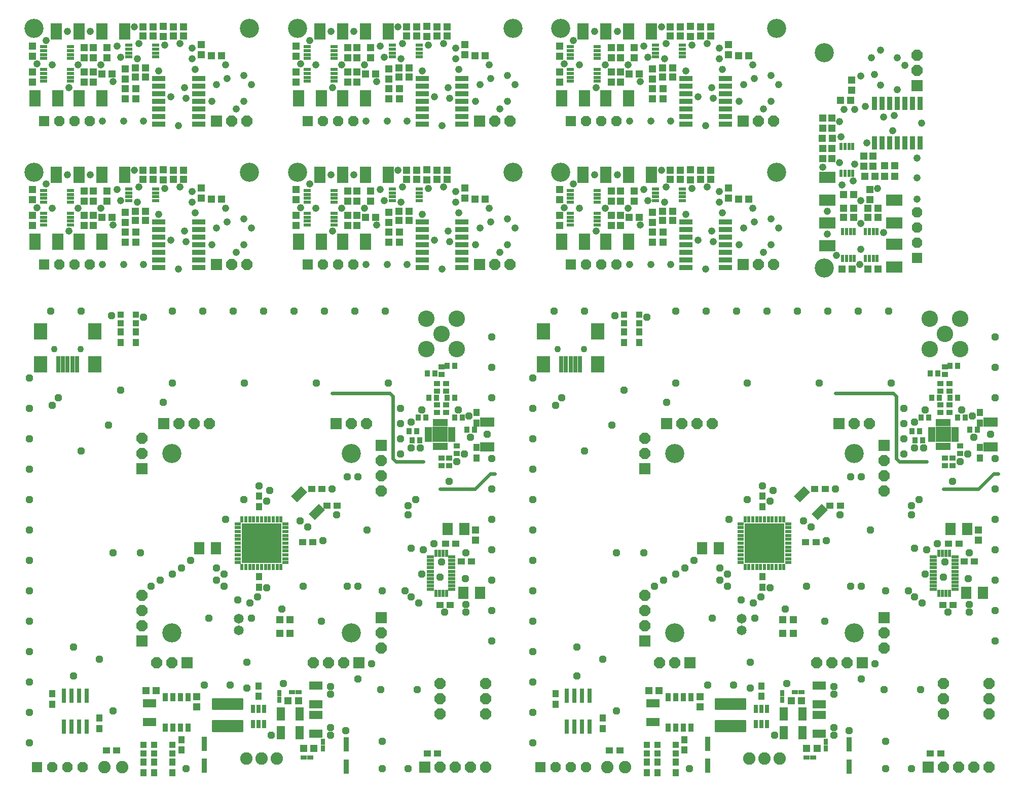
<source format=gts>
G75*
G70*
%OFA0B0*%
%FSLAX24Y24*%
%IPPOS*%
%LPD*%
%AMOC8*
5,1,8,0,0,1.08239X$1,22.5*
%
%ADD10C,0.1261*%
%ADD11C,0.0240*%
%ADD12R,0.0395X0.0218*%
%ADD13R,0.0218X0.0395*%
%ADD14R,0.2639X0.2639*%
%ADD15R,0.0316X0.0946*%
%ADD16R,0.0395X0.0474*%
%ADD17R,0.0592X0.0946*%
%ADD18R,0.0474X0.0395*%
%ADD19R,0.0395X0.0395*%
%ADD20R,0.0710X0.0789*%
%ADD21R,0.0277X0.1064*%
%ADD22R,0.0867X0.1064*%
%ADD23C,0.0434*%
%ADD24R,0.0190X0.0474*%
%ADD25R,0.0474X0.0190*%
%ADD26R,0.1025X0.1025*%
%ADD27R,0.0946X0.0592*%
%ADD28R,0.0356X0.0434*%
%ADD29R,0.0434X0.0356*%
%ADD30C,0.1080*%
%ADD31R,0.0674X0.0674*%
%ADD32OC8,0.0674*%
%ADD33C,0.0820*%
%ADD34R,0.0740X0.0740*%
%ADD35OC8,0.0740*%
%ADD36R,0.0316X0.0552*%
%ADD37R,0.0395X0.0316*%
%ADD38C,0.0158*%
%ADD39R,0.0336X0.0946*%
%ADD40R,0.0552X0.0867*%
%ADD41R,0.0867X0.0552*%
%ADD42R,0.0513X0.0474*%
%ADD43R,0.0316X0.0395*%
%ADD44C,0.0650*%
%ADD45R,0.0330X0.0580*%
%ADD46R,0.0474X0.0513*%
%ADD47R,0.0474X0.0237*%
%ADD48R,0.0237X0.0474*%
%ADD49R,0.0513X0.0237*%
%ADD50R,0.0880X0.0340*%
%ADD51R,0.0749X0.1064*%
%ADD52R,0.0237X0.0513*%
%ADD53R,0.0340X0.0880*%
%ADD54R,0.1064X0.0749*%
%ADD55OC8,0.0476*%
%ADD56C,0.0476*%
D10*
X010023Y010023D03*
X021834Y010023D03*
X021834Y021834D03*
X010023Y021834D03*
X015141Y040337D03*
X018290Y040337D03*
X018290Y049786D03*
X015141Y049786D03*
X000967Y049786D03*
X000967Y040337D03*
X032463Y040337D03*
X035613Y040337D03*
X035613Y049786D03*
X032463Y049786D03*
X049786Y049786D03*
X052936Y048211D03*
X049786Y040337D03*
X052936Y034038D03*
X054904Y021834D03*
X043093Y021834D03*
X043093Y010023D03*
X054904Y010023D03*
D11*
X060751Y019480D02*
X063051Y019480D01*
X064051Y020480D01*
X064351Y020480D01*
X059651Y021280D02*
X057851Y021280D01*
X057651Y021480D01*
X057651Y025580D01*
X057451Y025780D01*
X053651Y025780D01*
X031280Y020480D02*
X030980Y020480D01*
X029980Y019480D01*
X027680Y019480D01*
X026580Y021280D02*
X024780Y021280D01*
X024580Y021480D01*
X024580Y025580D01*
X024380Y025780D01*
X020580Y025780D01*
D12*
X017503Y017208D03*
X017503Y016952D03*
X017503Y016696D03*
X017503Y016440D03*
X017503Y016184D03*
X017503Y015928D03*
X017503Y015672D03*
X017503Y015416D03*
X017503Y015160D03*
X017503Y014904D03*
X017503Y014649D03*
X014353Y014649D03*
X014353Y014904D03*
X014353Y015160D03*
X014353Y015416D03*
X014353Y015672D03*
X014353Y015928D03*
X014353Y016184D03*
X014353Y016440D03*
X014353Y016696D03*
X014353Y016952D03*
X014353Y017208D03*
X047424Y017208D03*
X047424Y016952D03*
X047424Y016696D03*
X047424Y016440D03*
X047424Y016184D03*
X047424Y015928D03*
X047424Y015672D03*
X047424Y015416D03*
X047424Y015160D03*
X047424Y014904D03*
X047424Y014649D03*
X050574Y014649D03*
X050574Y014904D03*
X050574Y015160D03*
X050574Y015416D03*
X050574Y015672D03*
X050574Y015928D03*
X050574Y016184D03*
X050574Y016440D03*
X050574Y016696D03*
X050574Y016952D03*
X050574Y017208D03*
D13*
X050278Y017503D03*
X050023Y017503D03*
X049767Y017503D03*
X049511Y017503D03*
X049255Y017503D03*
X048999Y017503D03*
X048743Y017503D03*
X048487Y017503D03*
X048231Y017503D03*
X047975Y017503D03*
X047719Y017503D03*
X047719Y014353D03*
X047975Y014353D03*
X048231Y014353D03*
X048487Y014353D03*
X048743Y014353D03*
X048999Y014353D03*
X049255Y014353D03*
X049511Y014353D03*
X049767Y014353D03*
X050023Y014353D03*
X050278Y014353D03*
X017208Y014353D03*
X016952Y014353D03*
X016696Y014353D03*
X016440Y014353D03*
X016184Y014353D03*
X015928Y014353D03*
X015672Y014353D03*
X015416Y014353D03*
X015160Y014353D03*
X014904Y014353D03*
X014649Y014353D03*
X014649Y017503D03*
X014904Y017503D03*
X015160Y017503D03*
X015416Y017503D03*
X015672Y017503D03*
X015928Y017503D03*
X016184Y017503D03*
X016440Y017503D03*
X016696Y017503D03*
X016952Y017503D03*
X017208Y017503D03*
D14*
X015928Y015928D03*
X048999Y015928D03*
D15*
X037501Y005904D03*
X037001Y005904D03*
X036501Y005904D03*
X036001Y005904D03*
X036001Y003856D03*
X036501Y003856D03*
X037001Y003856D03*
X037501Y003856D03*
X004430Y003856D03*
X003930Y003856D03*
X003430Y003856D03*
X002930Y003856D03*
X002930Y005904D03*
X003430Y005904D03*
X003930Y005904D03*
X004430Y005904D03*
D16*
X005280Y004415D03*
X005280Y003745D03*
X002180Y005345D03*
X002180Y006015D03*
X008180Y001515D03*
X008180Y000845D03*
X008880Y000845D03*
X008880Y001515D03*
X010080Y001515D03*
X010080Y000845D03*
X010656Y002315D03*
X010656Y002984D03*
X015739Y005855D03*
X015739Y006524D03*
X015780Y013045D03*
X015780Y013715D03*
X015780Y018345D03*
X015780Y019015D03*
X007680Y029145D03*
X007680Y029815D03*
X006680Y029815D03*
X006680Y029145D03*
X030080Y024515D03*
X030080Y023845D03*
X030080Y022215D03*
X030080Y021545D03*
X039751Y029145D03*
X039751Y029815D03*
X040751Y029815D03*
X040751Y029145D03*
X048851Y019015D03*
X048851Y018345D03*
X048851Y013715D03*
X048851Y013045D03*
X048810Y006524D03*
X048810Y005855D03*
X043726Y002984D03*
X043726Y002315D03*
X043151Y001515D03*
X043151Y000845D03*
X041951Y000845D03*
X041951Y001515D03*
X041251Y001515D03*
X041251Y000845D03*
X038351Y003745D03*
X038351Y004415D03*
X035251Y005345D03*
X035251Y006015D03*
X063151Y021545D03*
X063151Y022215D03*
X063151Y023845D03*
X063151Y024515D03*
D17*
G36*
X052760Y018538D02*
X053178Y018120D01*
X052510Y017452D01*
X052092Y017870D01*
X052760Y018538D01*
G37*
G36*
X051591Y019708D02*
X052009Y019290D01*
X051341Y018622D01*
X050923Y019040D01*
X051591Y019708D01*
G37*
G36*
X019690Y018538D02*
X020108Y018120D01*
X019440Y017452D01*
X019022Y017870D01*
X019690Y018538D01*
G37*
G36*
X018520Y019708D02*
X018938Y019290D01*
X018270Y018622D01*
X017852Y019040D01*
X018520Y019708D01*
G37*
D18*
X019245Y019480D03*
X019915Y019480D03*
X020245Y018380D03*
X020915Y018380D03*
X019315Y015980D03*
X018645Y015980D03*
X028045Y015880D03*
X028715Y015880D03*
X029076Y014726D03*
X029745Y014726D03*
X028345Y011851D03*
X027676Y011851D03*
X027515Y002080D03*
X026845Y002080D03*
X038816Y002280D03*
X039486Y002280D03*
X051716Y015980D03*
X052386Y015980D03*
X053316Y018380D03*
X053986Y018380D03*
X052986Y019480D03*
X052316Y019480D03*
X061116Y015880D03*
X061786Y015880D03*
X062147Y014726D03*
X062816Y014726D03*
X061416Y011851D03*
X060747Y011851D03*
X060586Y002080D03*
X059916Y002080D03*
X006415Y002280D03*
X005745Y002280D03*
D19*
X008180Y002085D03*
X008180Y002675D03*
X008880Y002675D03*
X008880Y002085D03*
X010080Y002085D03*
X010080Y002675D03*
X041251Y002675D03*
X041251Y002085D03*
X041951Y002085D03*
X041951Y002675D03*
X043151Y002675D03*
X043151Y002085D03*
X040751Y030385D03*
X040751Y030975D03*
X039751Y030975D03*
X039751Y030385D03*
X007680Y030385D03*
X006680Y030385D03*
X006680Y030975D03*
X007680Y030975D03*
D20*
X011829Y015580D03*
X012931Y015580D03*
X028153Y016850D03*
X029256Y016850D03*
X029197Y012676D03*
X030300Y012676D03*
X044900Y015580D03*
X046002Y015580D03*
X061224Y016850D03*
X062326Y016850D03*
X062268Y012676D03*
X063371Y012676D03*
D21*
X036881Y027696D03*
X036566Y027696D03*
X036251Y027696D03*
X035936Y027696D03*
X035621Y027696D03*
X003810Y027696D03*
X003495Y027696D03*
X003180Y027696D03*
X002865Y027696D03*
X002550Y027696D03*
D22*
X001408Y027696D03*
X001408Y029861D03*
X004952Y029861D03*
X004952Y027696D03*
X034479Y027696D03*
X034479Y029861D03*
X038023Y029861D03*
X038023Y027696D03*
D23*
X037117Y028680D03*
X035385Y028680D03*
X004046Y028680D03*
X002314Y028680D03*
D24*
X027286Y023848D03*
X027483Y023848D03*
X027680Y023848D03*
X027877Y023848D03*
X028074Y023848D03*
X028074Y022312D03*
X027877Y022312D03*
X027680Y022312D03*
X027483Y022312D03*
X027286Y022312D03*
X060357Y022312D03*
X060554Y022312D03*
X060751Y022312D03*
X060948Y022312D03*
X061145Y022312D03*
X061145Y023848D03*
X060948Y023848D03*
X060751Y023848D03*
X060554Y023848D03*
X060357Y023848D03*
D25*
X059983Y023474D03*
X059983Y023277D03*
X059983Y023080D03*
X059983Y022883D03*
X059983Y022686D03*
X061519Y022686D03*
X061519Y022883D03*
X061519Y023080D03*
X061519Y023277D03*
X061519Y023474D03*
X028448Y023474D03*
X028448Y023277D03*
X028448Y023080D03*
X028448Y022883D03*
X028448Y022686D03*
X026912Y022686D03*
X026912Y022883D03*
X026912Y023080D03*
X026912Y023277D03*
X026912Y023474D03*
D26*
X027680Y023080D03*
X060751Y023080D03*
D27*
X063851Y022253D03*
X063851Y023907D03*
X030780Y023907D03*
X030780Y022253D03*
D28*
X029936Y023380D03*
X029424Y023380D03*
X029136Y024180D03*
X028624Y024180D03*
X028636Y025480D03*
X028124Y025480D03*
X027436Y025480D03*
X026924Y025480D03*
X026736Y024180D03*
X026224Y024180D03*
X026136Y023280D03*
X025624Y023280D03*
X025824Y022680D03*
X026336Y022680D03*
X026824Y027080D03*
X027336Y027080D03*
X028124Y027580D03*
X028636Y027580D03*
X058695Y023280D03*
X059207Y023280D03*
X059407Y022680D03*
X058895Y022680D03*
X059295Y024180D03*
X059807Y024180D03*
X059995Y025480D03*
X060507Y025480D03*
X061195Y025480D03*
X061707Y025480D03*
X061695Y024180D03*
X062207Y024180D03*
X062495Y023380D03*
X063007Y023380D03*
X060407Y027080D03*
X059895Y027080D03*
X061195Y027580D03*
X061707Y027580D03*
D29*
X060851Y027536D03*
X060851Y027024D03*
X061151Y026436D03*
X061151Y025924D03*
X060551Y025924D03*
X060551Y026436D03*
X060551Y025036D03*
X060551Y024524D03*
X061151Y024524D03*
X061151Y025036D03*
X061851Y022336D03*
X061851Y021824D03*
X061351Y021536D03*
X060851Y021536D03*
X060851Y021024D03*
X061351Y021024D03*
X028780Y021824D03*
X028280Y021536D03*
X027780Y021536D03*
X027780Y021024D03*
X028280Y021024D03*
X028780Y022336D03*
X028080Y024524D03*
X028080Y025036D03*
X027480Y025036D03*
X027480Y024524D03*
X027480Y025924D03*
X027480Y026436D03*
X028080Y026436D03*
X028080Y025924D03*
X027780Y027024D03*
X027780Y027536D03*
D30*
X026782Y028680D03*
X027782Y029680D03*
X028782Y028680D03*
X028782Y030680D03*
X026782Y030680D03*
X059853Y030680D03*
X060853Y029680D03*
X061853Y028680D03*
X059853Y028680D03*
X061853Y030680D03*
D31*
X001180Y001180D03*
X034251Y001180D03*
X036278Y034251D03*
X036278Y043700D03*
X018956Y043700D03*
X018956Y034251D03*
X001633Y034251D03*
X001633Y043700D03*
X059023Y034704D03*
D32*
X059023Y035704D03*
X059023Y036704D03*
X059023Y037704D03*
X039278Y034251D03*
X038278Y034251D03*
X037278Y034251D03*
X037278Y043700D03*
X038278Y043700D03*
X039278Y043700D03*
X021956Y043700D03*
X020956Y043700D03*
X019956Y043700D03*
X019956Y034251D03*
X020956Y034251D03*
X021956Y034251D03*
X004633Y034251D03*
X003633Y034251D03*
X002633Y034251D03*
X002633Y043700D03*
X003633Y043700D03*
X004633Y043700D03*
X004180Y001180D03*
X003180Y001180D03*
X002180Y001180D03*
X035251Y001180D03*
X036251Y001180D03*
X037251Y001180D03*
D33*
X038681Y001180D03*
X039821Y001180D03*
X047999Y001755D03*
X048999Y001755D03*
X049999Y001755D03*
X016928Y001755D03*
X015928Y001755D03*
X014928Y001755D03*
X006750Y001180D03*
X005610Y001180D03*
D34*
X011023Y008054D03*
X008054Y009507D03*
X022349Y008054D03*
X023802Y011023D03*
X026680Y001180D03*
X041125Y009507D03*
X044093Y008054D03*
X055420Y008054D03*
X056873Y011023D03*
X059751Y001180D03*
X041125Y020834D03*
X042578Y023802D03*
X053904Y023802D03*
X056873Y022349D03*
X047605Y034251D03*
X047605Y043700D03*
X059023Y046030D03*
X030282Y043700D03*
X030282Y034251D03*
X020834Y023802D03*
X023802Y022349D03*
X009507Y023802D03*
X008054Y020834D03*
X012960Y034251D03*
X012960Y043700D03*
D35*
X013960Y043700D03*
X014960Y043700D03*
X014960Y034251D03*
X013960Y034251D03*
X012507Y023802D03*
X011507Y023802D03*
X010507Y023802D03*
X008054Y022834D03*
X008054Y021834D03*
X008054Y012507D03*
X008054Y011507D03*
X008054Y010507D03*
X009023Y008054D03*
X010023Y008054D03*
X019349Y008054D03*
X020349Y008054D03*
X021349Y008054D03*
X023802Y009023D03*
X023802Y010023D03*
X027680Y006680D03*
X027680Y005680D03*
X027680Y004680D03*
X030680Y004680D03*
X030680Y005680D03*
X030680Y006680D03*
X030680Y001180D03*
X029680Y001180D03*
X028680Y001180D03*
X027680Y001180D03*
X041125Y010507D03*
X041125Y011507D03*
X041125Y012507D03*
X042093Y008054D03*
X043093Y008054D03*
X052420Y008054D03*
X053420Y008054D03*
X054420Y008054D03*
X056873Y009023D03*
X056873Y010023D03*
X060751Y006680D03*
X060751Y005680D03*
X060751Y004680D03*
X063751Y004680D03*
X063751Y005680D03*
X063751Y006680D03*
X063751Y001180D03*
X062751Y001180D03*
X061751Y001180D03*
X060751Y001180D03*
X056873Y019349D03*
X056873Y020349D03*
X056873Y021349D03*
X055904Y023802D03*
X054904Y023802D03*
X045578Y023802D03*
X044578Y023802D03*
X043578Y023802D03*
X041125Y022834D03*
X041125Y021834D03*
X048605Y034251D03*
X049605Y034251D03*
X049605Y043700D03*
X048605Y043700D03*
X059023Y047030D03*
X059023Y048030D03*
X032282Y043700D03*
X031282Y043700D03*
X031282Y034251D03*
X032282Y034251D03*
X022834Y023802D03*
X021834Y023802D03*
X023802Y021349D03*
X023802Y020349D03*
X023802Y019349D03*
D36*
X016100Y005044D03*
X015726Y005044D03*
X015352Y005044D03*
X015352Y004020D03*
X015726Y004020D03*
X016100Y004020D03*
X048423Y004020D03*
X048797Y004020D03*
X049171Y004020D03*
X049171Y005044D03*
X048797Y005044D03*
X048423Y005044D03*
D37*
X050988Y006134D03*
X051421Y006134D03*
X051770Y001841D03*
X052203Y001841D03*
X019132Y001841D03*
X018699Y001841D03*
X018350Y006134D03*
X017917Y006134D03*
D38*
X014634Y005047D02*
X012744Y005047D01*
X012744Y005677D01*
X014634Y005677D01*
X014634Y005047D01*
X014634Y005204D02*
X012744Y005204D01*
X012744Y005361D02*
X014634Y005361D01*
X014634Y005518D02*
X012744Y005518D01*
X012744Y005675D02*
X014634Y005675D01*
X014634Y003590D02*
X012744Y003590D01*
X012744Y004220D01*
X014634Y004220D01*
X014634Y003590D01*
X014634Y003747D02*
X012744Y003747D01*
X012744Y003904D02*
X014634Y003904D01*
X014634Y004061D02*
X012744Y004061D01*
X012744Y004218D02*
X014634Y004218D01*
X045815Y003590D02*
X047705Y003590D01*
X045815Y003590D02*
X045815Y004220D01*
X047705Y004220D01*
X047705Y003590D01*
X047705Y003747D02*
X045815Y003747D01*
X045815Y003904D02*
X047705Y003904D01*
X047705Y004061D02*
X045815Y004061D01*
X045815Y004218D02*
X047705Y004218D01*
X047705Y005047D02*
X045815Y005047D01*
X045815Y005677D01*
X047705Y005677D01*
X047705Y005047D01*
X047705Y005204D02*
X045815Y005204D01*
X045815Y005361D02*
X047705Y005361D01*
X047705Y005518D02*
X045815Y005518D01*
X045815Y005675D02*
X047705Y005675D01*
D39*
X045252Y002737D03*
X045252Y001281D03*
X054571Y001240D03*
X054571Y002697D03*
X021500Y002697D03*
X021500Y001240D03*
X012181Y001281D03*
X012181Y002737D03*
D40*
X017186Y003452D03*
X018445Y003452D03*
X018445Y004684D03*
X017186Y004684D03*
X050256Y004684D03*
X051516Y004684D03*
X051516Y003452D03*
X050256Y003452D03*
D41*
X052584Y003386D03*
X052584Y004645D03*
X052586Y005315D03*
X052586Y006574D03*
X041651Y005410D03*
X041651Y004150D03*
X019513Y004645D03*
X019515Y005315D03*
X019515Y006574D03*
X019513Y003386D03*
X008580Y004150D03*
X008580Y005410D03*
D42*
X008319Y006237D03*
X008989Y006237D03*
X017145Y009980D03*
X017815Y009980D03*
X017815Y010880D03*
X017145Y010880D03*
X017681Y005578D03*
X018350Y005578D03*
X018710Y002424D03*
X019379Y002424D03*
X041390Y006237D03*
X042060Y006237D03*
X050216Y009980D03*
X050886Y009980D03*
X050886Y010880D03*
X050216Y010880D03*
X050752Y005578D03*
X051421Y005578D03*
X051781Y002424D03*
X052450Y002424D03*
X054088Y033951D03*
X054757Y033951D03*
X055788Y033951D03*
X056457Y033951D03*
X056457Y037351D03*
X056457Y037951D03*
X055788Y037951D03*
X055788Y037351D03*
X054857Y037351D03*
X054857Y037951D03*
X054188Y037951D03*
X054188Y037351D03*
X054188Y038851D03*
X054857Y038851D03*
X055588Y040051D03*
X056257Y040051D03*
X056888Y040051D03*
X057557Y040051D03*
X057557Y040751D03*
X056888Y040751D03*
X053457Y042551D03*
X052788Y042551D03*
X053988Y045051D03*
X054657Y045051D03*
X047960Y048000D03*
X047291Y048000D03*
X045460Y049300D03*
X045460Y049900D03*
X044791Y049900D03*
X044791Y049300D03*
X043460Y049300D03*
X043460Y049900D03*
X042791Y049900D03*
X042791Y049300D03*
X042960Y047200D03*
X042960Y046600D03*
X042291Y046600D03*
X042291Y047200D03*
X040760Y046800D03*
X040091Y046800D03*
X042791Y040451D03*
X042791Y039851D03*
X043460Y039851D03*
X043460Y040451D03*
X044791Y040451D03*
X044791Y039851D03*
X045460Y039851D03*
X045460Y040451D03*
X047291Y038551D03*
X047960Y038551D03*
X042960Y037751D03*
X042960Y037151D03*
X042291Y037151D03*
X042291Y037751D03*
X040760Y037351D03*
X040091Y037351D03*
X030637Y038551D03*
X029968Y038551D03*
X028137Y039851D03*
X028137Y040451D03*
X027468Y040451D03*
X027468Y039851D03*
X026137Y039851D03*
X026137Y040451D03*
X025468Y040451D03*
X025468Y039851D03*
X025637Y037751D03*
X025637Y037151D03*
X024968Y037151D03*
X024968Y037751D03*
X023437Y037351D03*
X022768Y037351D03*
X013315Y038551D03*
X012645Y038551D03*
X010815Y039851D03*
X010815Y040451D03*
X010145Y040451D03*
X010145Y039851D03*
X008815Y039851D03*
X008815Y040451D03*
X008145Y040451D03*
X008145Y039851D03*
X008315Y037751D03*
X008315Y037151D03*
X007645Y037151D03*
X007645Y037751D03*
X006115Y037351D03*
X005445Y037351D03*
X007645Y046600D03*
X007645Y047200D03*
X008315Y047200D03*
X008315Y046600D03*
X006115Y046800D03*
X005445Y046800D03*
X008145Y049300D03*
X008145Y049900D03*
X008815Y049900D03*
X008815Y049300D03*
X010145Y049300D03*
X010145Y049900D03*
X010815Y049900D03*
X010815Y049300D03*
X012645Y048000D03*
X013315Y048000D03*
X022768Y046800D03*
X023437Y046800D03*
X024968Y046600D03*
X024968Y047200D03*
X025637Y047200D03*
X025637Y046600D03*
X025468Y049300D03*
X025468Y049900D03*
X026137Y049900D03*
X026137Y049300D03*
X027468Y049300D03*
X027468Y049900D03*
X028137Y049900D03*
X028137Y049300D03*
X029968Y048000D03*
X030637Y048000D03*
D43*
X017110Y006061D03*
X017110Y005628D03*
X019967Y002861D03*
X019967Y002428D03*
X050181Y005628D03*
X050181Y006061D03*
X053038Y002861D03*
X053038Y002428D03*
D44*
X047507Y010188D03*
X047507Y010975D03*
X014436Y010975D03*
X014436Y010188D03*
D45*
X011091Y005799D03*
X010591Y005799D03*
X010091Y005799D03*
X009591Y005799D03*
X009591Y003799D03*
X010091Y003799D03*
X010591Y003799D03*
X011091Y003799D03*
X042662Y003799D03*
X043162Y003799D03*
X043662Y003799D03*
X044162Y003799D03*
X044162Y005799D03*
X043662Y005799D03*
X043162Y005799D03*
X042662Y005799D03*
D46*
X044750Y005845D03*
X044750Y005176D03*
X030000Y016115D03*
X030000Y016784D03*
X011679Y005845D03*
X011679Y005176D03*
X007680Y035716D03*
X007680Y036386D03*
X006980Y036386D03*
X006980Y037016D03*
X006980Y037686D03*
X005780Y038416D03*
X004880Y038416D03*
X004280Y038416D03*
X004280Y039086D03*
X004880Y039086D03*
X005780Y039086D03*
X004880Y037486D03*
X004280Y037486D03*
X004280Y036816D03*
X004880Y036816D03*
X006980Y035716D03*
X009480Y039816D03*
X009480Y040486D03*
X011980Y039286D03*
X011980Y038616D03*
X018203Y038516D03*
X018203Y039186D03*
X018203Y037486D03*
X018203Y036816D03*
X021603Y036816D03*
X022203Y036816D03*
X022203Y037486D03*
X021603Y037486D03*
X021603Y038416D03*
X022203Y038416D03*
X022203Y039086D03*
X021603Y039086D03*
X023103Y039086D03*
X023103Y038416D03*
X024303Y037686D03*
X024303Y037016D03*
X024303Y036386D03*
X024303Y035716D03*
X025003Y035716D03*
X025003Y036386D03*
X029303Y038616D03*
X029303Y039286D03*
X026803Y039816D03*
X026803Y040486D03*
X025003Y045165D03*
X024303Y045165D03*
X024303Y045834D03*
X024303Y046465D03*
X024303Y047134D03*
X023103Y047865D03*
X023103Y048534D03*
X022203Y048534D03*
X021603Y048534D03*
X021603Y047865D03*
X022203Y047865D03*
X022203Y046934D03*
X021603Y046934D03*
X021603Y046265D03*
X022203Y046265D03*
X025003Y045834D03*
X029303Y048065D03*
X029303Y048734D03*
X026803Y049265D03*
X026803Y049934D03*
X035526Y048634D03*
X035526Y047965D03*
X035526Y046934D03*
X035526Y046265D03*
X038926Y046265D03*
X039526Y046265D03*
X039526Y046934D03*
X038926Y046934D03*
X038926Y047865D03*
X039526Y047865D03*
X039526Y048534D03*
X038926Y048534D03*
X040426Y048534D03*
X040426Y047865D03*
X041626Y047134D03*
X041626Y046465D03*
X041626Y045834D03*
X042326Y045834D03*
X042326Y045165D03*
X041626Y045165D03*
X046626Y048065D03*
X046626Y048734D03*
X044126Y049265D03*
X044126Y049934D03*
X052823Y043886D03*
X053423Y043886D03*
X053423Y043216D03*
X052823Y043216D03*
X052823Y041886D03*
X053423Y041886D03*
X053423Y041216D03*
X052823Y041216D03*
X055523Y041386D03*
X056123Y041386D03*
X056123Y040716D03*
X055523Y040716D03*
X055923Y039186D03*
X055923Y038516D03*
X046626Y038616D03*
X046626Y039286D03*
X044126Y039816D03*
X044126Y040486D03*
X041626Y037686D03*
X041626Y037016D03*
X041626Y036386D03*
X041626Y035716D03*
X042326Y035716D03*
X042326Y036386D03*
X040426Y038416D03*
X039526Y038416D03*
X038926Y038416D03*
X038926Y039086D03*
X039526Y039086D03*
X040426Y039086D03*
X039526Y037486D03*
X038926Y037486D03*
X038926Y036816D03*
X039526Y036816D03*
X035526Y036816D03*
X035526Y037486D03*
X035526Y038516D03*
X035526Y039186D03*
X018203Y046265D03*
X018203Y046934D03*
X018203Y047965D03*
X018203Y048634D03*
X011980Y048734D03*
X011980Y048065D03*
X009480Y049265D03*
X009480Y049934D03*
X006980Y047134D03*
X006980Y046465D03*
X006980Y045834D03*
X007680Y045834D03*
X007680Y045165D03*
X006980Y045165D03*
X004880Y046265D03*
X004280Y046265D03*
X004280Y046934D03*
X004880Y046934D03*
X004880Y047865D03*
X004280Y047865D03*
X004280Y048534D03*
X004880Y048534D03*
X005780Y048534D03*
X005780Y047865D03*
X000880Y047965D03*
X000880Y048634D03*
X000880Y046934D03*
X000880Y046265D03*
X000880Y039186D03*
X000880Y038516D03*
X000880Y037486D03*
X000880Y036816D03*
X054723Y045716D03*
X054723Y046386D03*
X063071Y016784D03*
X063071Y016115D03*
D47*
X061519Y015023D03*
X061519Y014786D03*
X061519Y014550D03*
X061519Y014314D03*
X061519Y014078D03*
X061519Y013841D03*
X061519Y013605D03*
X061519Y013369D03*
X061519Y013133D03*
X061519Y012897D03*
X060101Y012897D03*
X060101Y013133D03*
X060101Y013369D03*
X060101Y013605D03*
X060101Y013841D03*
X060101Y014078D03*
X060101Y014314D03*
X060101Y014550D03*
X060101Y014786D03*
X060101Y015023D03*
X028448Y015023D03*
X028448Y014786D03*
X028448Y014550D03*
X028448Y014314D03*
X028448Y014078D03*
X028448Y013841D03*
X028448Y013605D03*
X028448Y013369D03*
X028448Y013133D03*
X028448Y012897D03*
X027030Y012897D03*
X027030Y013133D03*
X027030Y013369D03*
X027030Y013605D03*
X027030Y013841D03*
X027030Y014078D03*
X027030Y014314D03*
X027030Y014550D03*
X027030Y014786D03*
X027030Y015023D03*
D48*
X027385Y015278D03*
X027621Y015278D03*
X027857Y015278D03*
X028093Y015278D03*
X028093Y012641D03*
X027857Y012641D03*
X027621Y012641D03*
X027385Y012641D03*
X060456Y012641D03*
X060692Y012641D03*
X060928Y012641D03*
X061164Y012641D03*
X061164Y015278D03*
X060928Y015278D03*
X060692Y015278D03*
X060456Y015278D03*
D49*
X038011Y036867D03*
X038011Y037123D03*
X038011Y037379D03*
X038011Y037635D03*
X038011Y038367D03*
X038011Y038623D03*
X038011Y038879D03*
X038011Y039135D03*
X036240Y039135D03*
X036240Y038879D03*
X036240Y038623D03*
X036240Y038367D03*
X036240Y037635D03*
X036240Y037379D03*
X036240Y037123D03*
X036240Y036867D03*
X041840Y038467D03*
X041840Y038723D03*
X041840Y038979D03*
X041840Y039235D03*
X043611Y039235D03*
X043611Y038979D03*
X043611Y038723D03*
X043611Y038467D03*
X038011Y046316D03*
X038011Y046572D03*
X038011Y046828D03*
X038011Y047084D03*
X038011Y047816D03*
X038011Y048072D03*
X038011Y048328D03*
X038011Y048584D03*
X036240Y048584D03*
X036240Y048328D03*
X036240Y048072D03*
X036240Y047816D03*
X036240Y047084D03*
X036240Y046828D03*
X036240Y046572D03*
X036240Y046316D03*
X041840Y047916D03*
X041840Y048172D03*
X041840Y048428D03*
X041840Y048684D03*
X043611Y048684D03*
X043611Y048428D03*
X043611Y048172D03*
X043611Y047916D03*
X026289Y047916D03*
X026289Y048172D03*
X026289Y048428D03*
X026289Y048684D03*
X024517Y048684D03*
X024517Y048428D03*
X024517Y048172D03*
X024517Y047916D03*
X020689Y047816D03*
X020689Y048072D03*
X020689Y048328D03*
X020689Y048584D03*
X020689Y047084D03*
X020689Y046828D03*
X020689Y046572D03*
X020689Y046316D03*
X018917Y046316D03*
X018917Y046572D03*
X018917Y046828D03*
X018917Y047084D03*
X018917Y047816D03*
X018917Y048072D03*
X018917Y048328D03*
X018917Y048584D03*
X008966Y048684D03*
X008966Y048428D03*
X008966Y048172D03*
X008966Y047916D03*
X007194Y047916D03*
X007194Y048172D03*
X007194Y048428D03*
X007194Y048684D03*
X003366Y048584D03*
X003366Y048328D03*
X003366Y048072D03*
X003366Y047816D03*
X003366Y047084D03*
X003366Y046828D03*
X003366Y046572D03*
X003366Y046316D03*
X001594Y046316D03*
X001594Y046572D03*
X001594Y046828D03*
X001594Y047084D03*
X001594Y047816D03*
X001594Y048072D03*
X001594Y048328D03*
X001594Y048584D03*
X001594Y039135D03*
X001594Y038879D03*
X001594Y038623D03*
X001594Y038367D03*
X001594Y037635D03*
X001594Y037379D03*
X001594Y037123D03*
X001594Y036867D03*
X003366Y036867D03*
X003366Y037123D03*
X003366Y037379D03*
X003366Y037635D03*
X003366Y038367D03*
X003366Y038623D03*
X003366Y038879D03*
X003366Y039135D03*
X007194Y039235D03*
X007194Y038979D03*
X007194Y038723D03*
X007194Y038467D03*
X008966Y038467D03*
X008966Y038723D03*
X008966Y038979D03*
X008966Y039235D03*
X018917Y039135D03*
X018917Y038879D03*
X018917Y038623D03*
X018917Y038367D03*
X018917Y037635D03*
X018917Y037379D03*
X018917Y037123D03*
X018917Y036867D03*
X020689Y036867D03*
X020689Y037123D03*
X020689Y037379D03*
X020689Y037635D03*
X020689Y038367D03*
X020689Y038623D03*
X020689Y038879D03*
X020689Y039135D03*
X024517Y039235D03*
X024517Y038979D03*
X024517Y038723D03*
X024517Y038467D03*
X026289Y038467D03*
X026289Y038723D03*
X026289Y038979D03*
X026289Y039235D03*
D50*
X026498Y037051D03*
X026498Y036551D03*
X026498Y036051D03*
X026498Y035551D03*
X026498Y035051D03*
X026498Y034551D03*
X026498Y034051D03*
X029108Y034051D03*
X029108Y034551D03*
X029108Y035051D03*
X029108Y035551D03*
X029108Y036051D03*
X029108Y036551D03*
X029108Y037051D03*
X029108Y043500D03*
X029108Y044000D03*
X029108Y044500D03*
X029108Y045000D03*
X029108Y045500D03*
X029108Y046000D03*
X029108Y046500D03*
X026498Y046500D03*
X026498Y046000D03*
X026498Y045500D03*
X026498Y045000D03*
X026498Y044500D03*
X026498Y044000D03*
X026498Y043500D03*
X011785Y043500D03*
X011785Y044000D03*
X011785Y044500D03*
X011785Y045000D03*
X011785Y045500D03*
X011785Y046000D03*
X011785Y046500D03*
X009175Y046500D03*
X009175Y046000D03*
X009175Y045500D03*
X009175Y045000D03*
X009175Y044500D03*
X009175Y044000D03*
X009175Y043500D03*
X009175Y037051D03*
X009175Y036551D03*
X009175Y036051D03*
X009175Y035551D03*
X009175Y035051D03*
X009175Y034551D03*
X009175Y034051D03*
X011785Y034051D03*
X011785Y034551D03*
X011785Y035051D03*
X011785Y035551D03*
X011785Y036051D03*
X011785Y036551D03*
X011785Y037051D03*
X043821Y037051D03*
X043821Y036551D03*
X043821Y036051D03*
X043821Y035551D03*
X043821Y035051D03*
X043821Y034551D03*
X043821Y034051D03*
X046431Y034051D03*
X046431Y034551D03*
X046431Y035051D03*
X046431Y035551D03*
X046431Y036051D03*
X046431Y036551D03*
X046431Y037051D03*
X046431Y043500D03*
X046431Y044000D03*
X046431Y044500D03*
X046431Y045000D03*
X046431Y045500D03*
X046431Y046000D03*
X046431Y046500D03*
X043821Y046500D03*
X043821Y046000D03*
X043821Y045500D03*
X043821Y045000D03*
X043821Y044500D03*
X043821Y044000D03*
X043821Y043500D03*
D51*
X041574Y040151D03*
X040078Y040151D03*
X038574Y040151D03*
X037078Y040151D03*
X037174Y035751D03*
X035678Y035751D03*
X038578Y035751D03*
X040074Y035751D03*
X040074Y045200D03*
X038578Y045200D03*
X037174Y045200D03*
X035678Y045200D03*
X037078Y049600D03*
X038574Y049600D03*
X040078Y049600D03*
X041574Y049600D03*
X024251Y049600D03*
X022755Y049600D03*
X021251Y049600D03*
X019755Y049600D03*
X019851Y045200D03*
X021255Y045200D03*
X022751Y045200D03*
X018355Y045200D03*
X019755Y040151D03*
X021251Y040151D03*
X022755Y040151D03*
X024251Y040151D03*
X022751Y035751D03*
X021255Y035751D03*
X019851Y035751D03*
X018355Y035751D03*
X006928Y040151D03*
X005432Y040151D03*
X003928Y040151D03*
X002432Y040151D03*
X002528Y035751D03*
X001032Y035751D03*
X003932Y035751D03*
X005428Y035751D03*
X005428Y045200D03*
X003932Y045200D03*
X002528Y045200D03*
X001032Y045200D03*
X002432Y049600D03*
X003928Y049600D03*
X005432Y049600D03*
X006928Y049600D03*
D52*
X054039Y042037D03*
X054295Y042037D03*
X054550Y042037D03*
X054806Y042037D03*
X054806Y040265D03*
X054550Y040265D03*
X054295Y040265D03*
X054039Y040265D03*
X054139Y036437D03*
X054395Y036437D03*
X054650Y036437D03*
X054906Y036437D03*
X055639Y036437D03*
X055895Y036437D03*
X056150Y036437D03*
X056406Y036437D03*
X056406Y034665D03*
X056150Y034665D03*
X055895Y034665D03*
X055639Y034665D03*
X054906Y034665D03*
X054650Y034665D03*
X054395Y034665D03*
X054139Y034665D03*
D53*
X056223Y042246D03*
X056723Y042246D03*
X057223Y042246D03*
X057723Y042246D03*
X058223Y042246D03*
X058723Y042246D03*
X059223Y042246D03*
X059223Y044856D03*
X058723Y044856D03*
X058223Y044856D03*
X057723Y044856D03*
X057223Y044856D03*
X056723Y044856D03*
X056223Y044856D03*
D54*
X053123Y039999D03*
X053123Y038503D03*
X053123Y036999D03*
X053123Y035503D03*
X057523Y035599D03*
X057523Y037003D03*
X057523Y038499D03*
X057523Y034103D03*
D55*
X057151Y031180D03*
X055151Y031180D03*
X053151Y031180D03*
X051151Y031180D03*
X049151Y031180D03*
X047151Y031180D03*
X045151Y031180D03*
X043151Y031180D03*
X041251Y030780D03*
X039151Y030880D03*
X037151Y031180D03*
X035151Y031180D03*
X031080Y029480D03*
X031080Y027480D03*
X031080Y025480D03*
X029580Y024280D03*
X028880Y024680D03*
X029680Y022880D03*
X030780Y023080D03*
X031080Y021480D03*
X029280Y021780D03*
X028780Y021280D03*
X028280Y019980D03*
X026080Y018780D03*
X025580Y018380D03*
X025580Y017780D03*
X027280Y015880D03*
X026580Y015480D03*
X025780Y015580D03*
X026480Y013880D03*
X027680Y013680D03*
X027780Y014680D03*
X029380Y015280D03*
X031080Y015480D03*
X031080Y013480D03*
X029330Y013580D03*
X029380Y011880D03*
X029380Y011380D03*
X027980Y011380D03*
X026280Y011980D03*
X025780Y012380D03*
X025380Y012780D03*
X023880Y012780D03*
X022280Y013080D03*
X021580Y013080D03*
X019880Y010780D03*
X018680Y013080D03*
X017280Y011580D03*
X015680Y012380D03*
X015180Y011980D03*
X014380Y012180D03*
X013480Y013080D03*
X012980Y013480D03*
X013480Y013880D03*
X012980Y014280D03*
X011280Y014780D03*
X010680Y014280D03*
X010080Y013880D03*
X009280Y013480D03*
X008680Y013080D03*
X007980Y015280D03*
X006180Y015280D03*
X000680Y014780D03*
X000680Y012780D03*
X000680Y010780D03*
X000680Y008780D03*
X000680Y006780D03*
X000680Y004780D03*
X000680Y002780D03*
X006180Y004880D03*
X003580Y007180D03*
X003580Y009080D03*
X005280Y008280D03*
X012180Y006580D03*
X013880Y006580D03*
X014980Y006380D03*
X014980Y008080D03*
X017380Y006680D03*
X020480Y006480D03*
X020480Y005980D03*
X022280Y006980D03*
X023180Y007980D03*
X023780Y006280D03*
X026180Y006280D03*
X023880Y002880D03*
X023880Y001080D03*
X025580Y001080D03*
X021480Y003580D03*
X020480Y003780D03*
X020480Y003280D03*
X016580Y003280D03*
X010980Y001080D03*
X012480Y010980D03*
X015280Y010980D03*
X016280Y012980D03*
X016880Y014980D03*
X014980Y014980D03*
X014980Y016880D03*
X013580Y017480D03*
X014780Y018780D03*
X015780Y019680D03*
X016480Y019380D03*
X016280Y018680D03*
X016880Y016880D03*
X018480Y017380D03*
X018980Y016980D03*
X019980Y016080D03*
X020880Y017780D03*
X020580Y019480D03*
X021580Y020280D03*
X022280Y020280D03*
X025080Y021780D03*
X025780Y022180D03*
X026380Y022180D03*
X025080Y022780D03*
X025080Y023780D03*
X025780Y023880D03*
X026480Y024680D03*
X025080Y024780D03*
X024253Y026456D03*
X027480Y023280D03*
X027880Y022880D03*
X031080Y019480D03*
X031080Y017480D03*
X033751Y016780D03*
X033751Y014780D03*
X033751Y012780D03*
X033751Y010780D03*
X033751Y008780D03*
X033751Y006780D03*
X033751Y004780D03*
X033751Y002780D03*
X036651Y007180D03*
X038351Y008280D03*
X036651Y009080D03*
X039251Y004880D03*
X044051Y001080D03*
X049651Y003280D03*
X048051Y006380D03*
X046951Y006580D03*
X045251Y006580D03*
X048051Y008080D03*
X050451Y006680D03*
X053551Y006480D03*
X053551Y005980D03*
X055351Y006980D03*
X056251Y007980D03*
X056851Y006280D03*
X059251Y006280D03*
X056951Y002880D03*
X056951Y001080D03*
X058651Y001080D03*
X054551Y003580D03*
X053551Y003780D03*
X053551Y003280D03*
X052951Y010780D03*
X051751Y013080D03*
X050351Y011580D03*
X049351Y012980D03*
X048751Y012380D03*
X048251Y011980D03*
X047451Y012180D03*
X046551Y013080D03*
X046051Y013480D03*
X046551Y013880D03*
X046051Y014280D03*
X044351Y014780D03*
X043751Y014280D03*
X043151Y013880D03*
X042351Y013480D03*
X041751Y013080D03*
X041051Y015280D03*
X039251Y015280D03*
X033751Y018780D03*
X033751Y020780D03*
X033751Y022780D03*
X033751Y024780D03*
X035251Y024980D03*
X035651Y025480D03*
X033751Y026780D03*
X038951Y023680D03*
X037151Y021980D03*
X039751Y025980D03*
X042551Y025180D03*
X043151Y026456D03*
X047875Y026456D03*
X052600Y026456D03*
X057324Y026456D03*
X058151Y024780D03*
X058851Y023880D03*
X058151Y023780D03*
X058151Y022780D03*
X058851Y022180D03*
X059451Y022180D03*
X058151Y021780D03*
X060551Y023280D03*
X060951Y022880D03*
X062651Y024280D03*
X061951Y024680D03*
X062751Y022880D03*
X063851Y023080D03*
X064151Y021480D03*
X062351Y021780D03*
X061851Y021280D03*
X061351Y019980D03*
X059151Y018780D03*
X058651Y018380D03*
X058651Y017780D03*
X060351Y015880D03*
X059651Y015480D03*
X058851Y015580D03*
X059551Y013880D03*
X060751Y013680D03*
X060851Y014680D03*
X062451Y015280D03*
X064151Y015480D03*
X064151Y013480D03*
X062401Y013580D03*
X062451Y011880D03*
X062451Y011380D03*
X061051Y011380D03*
X059351Y011980D03*
X058851Y012380D03*
X058451Y012780D03*
X056951Y012780D03*
X055351Y013080D03*
X054651Y013080D03*
X053051Y016080D03*
X052051Y016980D03*
X051551Y017380D03*
X049951Y016880D03*
X049351Y018680D03*
X049551Y019380D03*
X048851Y019680D03*
X047851Y018780D03*
X046651Y017480D03*
X048051Y016880D03*
X048051Y014980D03*
X049951Y014980D03*
X053951Y017780D03*
X053651Y019480D03*
X054651Y020280D03*
X055351Y020280D03*
X055951Y016780D03*
X048351Y010980D03*
X045551Y010980D03*
X031080Y011480D03*
X031080Y009480D03*
X022880Y016780D03*
X019529Y026456D03*
X014804Y026456D03*
X010080Y026456D03*
X009480Y025180D03*
X006680Y025980D03*
X005880Y023680D03*
X004080Y021980D03*
X000680Y022780D03*
X000680Y020780D03*
X000680Y018780D03*
X000680Y016780D03*
X000680Y024780D03*
X002180Y024980D03*
X002580Y025480D03*
X000680Y026780D03*
X006080Y030880D03*
X004080Y031180D03*
X002080Y031180D03*
X008180Y030780D03*
X010080Y031180D03*
X012080Y031180D03*
X014080Y031180D03*
X016080Y031180D03*
X018080Y031180D03*
X020080Y031180D03*
X022080Y031180D03*
X024080Y031180D03*
X059551Y024680D03*
X064151Y025480D03*
X064151Y027480D03*
X064151Y029480D03*
X064151Y019480D03*
X064151Y017480D03*
X064151Y011480D03*
X064151Y009480D03*
D56*
X045126Y033951D03*
X045626Y035751D03*
X045526Y036451D03*
X044626Y035851D03*
X043826Y037551D03*
X042426Y038351D03*
X041326Y038451D03*
X041066Y039190D03*
X042226Y040451D03*
X042526Y039351D03*
X044226Y039251D03*
X045226Y039351D03*
X046026Y039051D03*
X046026Y038351D03*
X046226Y037651D03*
X047626Y036651D03*
X048326Y037051D03*
X048226Y037951D03*
X049426Y037251D03*
X049926Y036651D03*
X049426Y035551D03*
X048926Y035051D03*
X047326Y035551D03*
X042826Y034251D03*
X041526Y034251D03*
X040126Y034251D03*
X037926Y036451D03*
X038526Y037951D03*
X036826Y037951D03*
X035826Y038001D03*
X036426Y039551D03*
X037826Y040151D03*
X039326Y040151D03*
X040026Y037951D03*
X040826Y036851D03*
X045126Y043400D03*
X047326Y045000D03*
X047626Y046100D03*
X048326Y046500D03*
X048226Y047400D03*
X049426Y046700D03*
X049926Y046100D03*
X049426Y045000D03*
X048926Y044500D03*
X045626Y045200D03*
X045526Y045900D03*
X044626Y045300D03*
X043826Y047000D03*
X042426Y047800D03*
X041326Y047900D03*
X041066Y048639D03*
X040026Y047400D03*
X040826Y046300D03*
X038526Y047400D03*
X036826Y047400D03*
X035826Y047450D03*
X036426Y049000D03*
X037826Y049600D03*
X039326Y049600D03*
X042226Y049900D03*
X042526Y048800D03*
X044226Y048700D03*
X045226Y048800D03*
X046026Y048500D03*
X046026Y047800D03*
X046226Y047100D03*
X042826Y043700D03*
X041526Y043700D03*
X040126Y043700D03*
X037926Y045900D03*
X032603Y046100D03*
X032103Y046700D03*
X031003Y046500D03*
X030303Y046100D03*
X030003Y045000D03*
X028303Y045200D03*
X028203Y045900D03*
X027303Y045300D03*
X026503Y047000D03*
X025103Y047800D03*
X025203Y048800D03*
X024903Y049900D03*
X023743Y048639D03*
X024003Y047900D03*
X022703Y047400D03*
X023503Y046300D03*
X021203Y047400D03*
X020603Y045900D03*
X019503Y047400D03*
X018503Y047450D03*
X019103Y049000D03*
X020503Y049600D03*
X022003Y049600D03*
X026903Y048700D03*
X027903Y048800D03*
X028703Y048500D03*
X028703Y047800D03*
X028903Y047100D03*
X030903Y047400D03*
X032103Y045000D03*
X031603Y044500D03*
X027803Y043400D03*
X025503Y043700D03*
X024203Y043700D03*
X022803Y043700D03*
X022003Y040151D03*
X020503Y040151D03*
X019103Y039551D03*
X019503Y037951D03*
X018503Y038001D03*
X020603Y036451D03*
X021203Y037951D03*
X022703Y037951D03*
X023503Y036851D03*
X024003Y038451D03*
X023743Y039190D03*
X025203Y039351D03*
X025103Y038351D03*
X026503Y037551D03*
X027303Y035851D03*
X028303Y035751D03*
X028203Y036451D03*
X030003Y035551D03*
X030303Y036651D03*
X031003Y037051D03*
X030903Y037951D03*
X032103Y037251D03*
X032603Y036651D03*
X032103Y035551D03*
X031603Y035051D03*
X028903Y037651D03*
X028703Y038351D03*
X028703Y039051D03*
X027903Y039351D03*
X026903Y039251D03*
X024903Y040451D03*
X025503Y034251D03*
X024203Y034251D03*
X022803Y034251D03*
X027803Y033951D03*
X015280Y036651D03*
X014780Y037251D03*
X013680Y037051D03*
X012980Y036651D03*
X012680Y035551D03*
X014280Y035051D03*
X014780Y035551D03*
X013580Y037951D03*
X011580Y037651D03*
X011380Y038351D03*
X011380Y039051D03*
X010580Y039351D03*
X009580Y039251D03*
X007880Y039351D03*
X007780Y038351D03*
X006680Y038451D03*
X006421Y039190D03*
X007580Y040451D03*
X004680Y040151D03*
X003180Y040151D03*
X001780Y039551D03*
X002180Y037951D03*
X001180Y038001D03*
X003280Y036451D03*
X003880Y037951D03*
X005380Y037951D03*
X006180Y036851D03*
X005480Y034251D03*
X006880Y034251D03*
X008180Y034251D03*
X009980Y035851D03*
X010980Y035751D03*
X010880Y036451D03*
X009180Y037551D03*
X010480Y033951D03*
X010480Y043400D03*
X012680Y045000D03*
X012980Y046100D03*
X013680Y046500D03*
X013580Y047400D03*
X014780Y046700D03*
X015280Y046100D03*
X014780Y045000D03*
X014280Y044500D03*
X010980Y045200D03*
X010880Y045900D03*
X009980Y045300D03*
X009180Y047000D03*
X007780Y047800D03*
X006680Y047900D03*
X006421Y048639D03*
X005380Y047400D03*
X006180Y046300D03*
X003880Y047400D03*
X002180Y047400D03*
X001180Y047450D03*
X001780Y049000D03*
X003180Y049600D03*
X004680Y049600D03*
X007580Y049900D03*
X007880Y048800D03*
X009580Y048700D03*
X010580Y048800D03*
X011380Y048500D03*
X011380Y047800D03*
X011580Y047100D03*
X008180Y043700D03*
X006880Y043700D03*
X005480Y043700D03*
X003280Y045900D03*
X052823Y040651D03*
X053923Y040951D03*
X054923Y040851D03*
X054823Y039751D03*
X054084Y039491D03*
X055323Y038451D03*
X056423Y039251D03*
X059023Y039951D03*
X059023Y041251D03*
X057423Y043051D03*
X057523Y044051D03*
X056823Y043951D03*
X055623Y044651D03*
X054923Y044451D03*
X054223Y044451D03*
X053923Y043651D03*
X054023Y042651D03*
X055723Y042251D03*
X059323Y043551D03*
X057723Y045751D03*
X056623Y046051D03*
X056223Y046751D03*
X055323Y046651D03*
X056023Y047851D03*
X056623Y048351D03*
X057723Y047851D03*
X058223Y047351D03*
X059023Y038551D03*
X056823Y036351D03*
X055323Y036951D03*
X055323Y035251D03*
X055273Y034251D03*
X053723Y034851D03*
X053123Y036251D03*
X053123Y037751D03*
M02*

</source>
